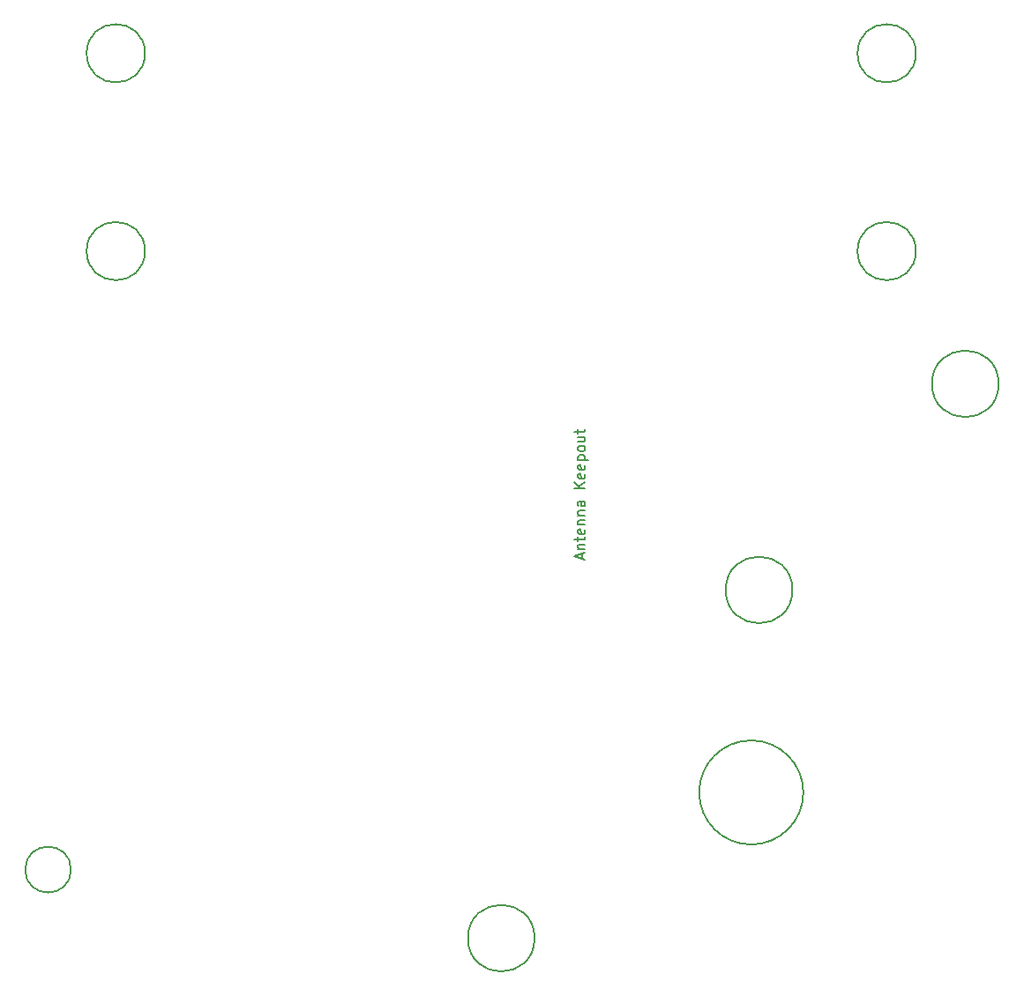
<source format=gbr>
%TF.GenerationSoftware,KiCad,Pcbnew,8.0.1*%
%TF.CreationDate,2024-04-30T15:38:52+08:00*%
%TF.ProjectId,prototype,70726f74-6f74-4797-9065-2e6b69636164,rev?*%
%TF.SameCoordinates,Original*%
%TF.FileFunction,Other,Comment*%
%FSLAX46Y46*%
G04 Gerber Fmt 4.6, Leading zero omitted, Abs format (unit mm)*
G04 Created by KiCad (PCBNEW 8.0.1) date 2024-04-30 15:38:52*
%MOMM*%
%LPD*%
G01*
G04 APERTURE LIST*
%ADD10C,0.150000*%
G04 APERTURE END LIST*
D10*
X107753104Y-91515857D02*
X107753104Y-91039667D01*
X108038819Y-91611095D02*
X107038819Y-91277762D01*
X107038819Y-91277762D02*
X108038819Y-90944429D01*
X107372152Y-90611095D02*
X108038819Y-90611095D01*
X107467390Y-90611095D02*
X107419771Y-90563476D01*
X107419771Y-90563476D02*
X107372152Y-90468238D01*
X107372152Y-90468238D02*
X107372152Y-90325381D01*
X107372152Y-90325381D02*
X107419771Y-90230143D01*
X107419771Y-90230143D02*
X107515009Y-90182524D01*
X107515009Y-90182524D02*
X108038819Y-90182524D01*
X107372152Y-89849190D02*
X107372152Y-89468238D01*
X107038819Y-89706333D02*
X107895961Y-89706333D01*
X107895961Y-89706333D02*
X107991200Y-89658714D01*
X107991200Y-89658714D02*
X108038819Y-89563476D01*
X108038819Y-89563476D02*
X108038819Y-89468238D01*
X107991200Y-88753952D02*
X108038819Y-88849190D01*
X108038819Y-88849190D02*
X108038819Y-89039666D01*
X108038819Y-89039666D02*
X107991200Y-89134904D01*
X107991200Y-89134904D02*
X107895961Y-89182523D01*
X107895961Y-89182523D02*
X107515009Y-89182523D01*
X107515009Y-89182523D02*
X107419771Y-89134904D01*
X107419771Y-89134904D02*
X107372152Y-89039666D01*
X107372152Y-89039666D02*
X107372152Y-88849190D01*
X107372152Y-88849190D02*
X107419771Y-88753952D01*
X107419771Y-88753952D02*
X107515009Y-88706333D01*
X107515009Y-88706333D02*
X107610247Y-88706333D01*
X107610247Y-88706333D02*
X107705485Y-89182523D01*
X107372152Y-88277761D02*
X108038819Y-88277761D01*
X107467390Y-88277761D02*
X107419771Y-88230142D01*
X107419771Y-88230142D02*
X107372152Y-88134904D01*
X107372152Y-88134904D02*
X107372152Y-87992047D01*
X107372152Y-87992047D02*
X107419771Y-87896809D01*
X107419771Y-87896809D02*
X107515009Y-87849190D01*
X107515009Y-87849190D02*
X108038819Y-87849190D01*
X107372152Y-87372999D02*
X108038819Y-87372999D01*
X107467390Y-87372999D02*
X107419771Y-87325380D01*
X107419771Y-87325380D02*
X107372152Y-87230142D01*
X107372152Y-87230142D02*
X107372152Y-87087285D01*
X107372152Y-87087285D02*
X107419771Y-86992047D01*
X107419771Y-86992047D02*
X107515009Y-86944428D01*
X107515009Y-86944428D02*
X108038819Y-86944428D01*
X108038819Y-86039666D02*
X107515009Y-86039666D01*
X107515009Y-86039666D02*
X107419771Y-86087285D01*
X107419771Y-86087285D02*
X107372152Y-86182523D01*
X107372152Y-86182523D02*
X107372152Y-86372999D01*
X107372152Y-86372999D02*
X107419771Y-86468237D01*
X107991200Y-86039666D02*
X108038819Y-86134904D01*
X108038819Y-86134904D02*
X108038819Y-86372999D01*
X108038819Y-86372999D02*
X107991200Y-86468237D01*
X107991200Y-86468237D02*
X107895961Y-86515856D01*
X107895961Y-86515856D02*
X107800723Y-86515856D01*
X107800723Y-86515856D02*
X107705485Y-86468237D01*
X107705485Y-86468237D02*
X107657866Y-86372999D01*
X107657866Y-86372999D02*
X107657866Y-86134904D01*
X107657866Y-86134904D02*
X107610247Y-86039666D01*
X108038819Y-84801570D02*
X107038819Y-84801570D01*
X108038819Y-84230142D02*
X107467390Y-84658713D01*
X107038819Y-84230142D02*
X107610247Y-84801570D01*
X107991200Y-83420618D02*
X108038819Y-83515856D01*
X108038819Y-83515856D02*
X108038819Y-83706332D01*
X108038819Y-83706332D02*
X107991200Y-83801570D01*
X107991200Y-83801570D02*
X107895961Y-83849189D01*
X107895961Y-83849189D02*
X107515009Y-83849189D01*
X107515009Y-83849189D02*
X107419771Y-83801570D01*
X107419771Y-83801570D02*
X107372152Y-83706332D01*
X107372152Y-83706332D02*
X107372152Y-83515856D01*
X107372152Y-83515856D02*
X107419771Y-83420618D01*
X107419771Y-83420618D02*
X107515009Y-83372999D01*
X107515009Y-83372999D02*
X107610247Y-83372999D01*
X107610247Y-83372999D02*
X107705485Y-83849189D01*
X107991200Y-82563475D02*
X108038819Y-82658713D01*
X108038819Y-82658713D02*
X108038819Y-82849189D01*
X108038819Y-82849189D02*
X107991200Y-82944427D01*
X107991200Y-82944427D02*
X107895961Y-82992046D01*
X107895961Y-82992046D02*
X107515009Y-82992046D01*
X107515009Y-82992046D02*
X107419771Y-82944427D01*
X107419771Y-82944427D02*
X107372152Y-82849189D01*
X107372152Y-82849189D02*
X107372152Y-82658713D01*
X107372152Y-82658713D02*
X107419771Y-82563475D01*
X107419771Y-82563475D02*
X107515009Y-82515856D01*
X107515009Y-82515856D02*
X107610247Y-82515856D01*
X107610247Y-82515856D02*
X107705485Y-82992046D01*
X107372152Y-82087284D02*
X108372152Y-82087284D01*
X107419771Y-82087284D02*
X107372152Y-81992046D01*
X107372152Y-81992046D02*
X107372152Y-81801570D01*
X107372152Y-81801570D02*
X107419771Y-81706332D01*
X107419771Y-81706332D02*
X107467390Y-81658713D01*
X107467390Y-81658713D02*
X107562628Y-81611094D01*
X107562628Y-81611094D02*
X107848342Y-81611094D01*
X107848342Y-81611094D02*
X107943580Y-81658713D01*
X107943580Y-81658713D02*
X107991200Y-81706332D01*
X107991200Y-81706332D02*
X108038819Y-81801570D01*
X108038819Y-81801570D02*
X108038819Y-81992046D01*
X108038819Y-81992046D02*
X107991200Y-82087284D01*
X108038819Y-81039665D02*
X107991200Y-81134903D01*
X107991200Y-81134903D02*
X107943580Y-81182522D01*
X107943580Y-81182522D02*
X107848342Y-81230141D01*
X107848342Y-81230141D02*
X107562628Y-81230141D01*
X107562628Y-81230141D02*
X107467390Y-81182522D01*
X107467390Y-81182522D02*
X107419771Y-81134903D01*
X107419771Y-81134903D02*
X107372152Y-81039665D01*
X107372152Y-81039665D02*
X107372152Y-80896808D01*
X107372152Y-80896808D02*
X107419771Y-80801570D01*
X107419771Y-80801570D02*
X107467390Y-80753951D01*
X107467390Y-80753951D02*
X107562628Y-80706332D01*
X107562628Y-80706332D02*
X107848342Y-80706332D01*
X107848342Y-80706332D02*
X107943580Y-80753951D01*
X107943580Y-80753951D02*
X107991200Y-80801570D01*
X107991200Y-80801570D02*
X108038819Y-80896808D01*
X108038819Y-80896808D02*
X108038819Y-81039665D01*
X107372152Y-79849189D02*
X108038819Y-79849189D01*
X107372152Y-80277760D02*
X107895961Y-80277760D01*
X107895961Y-80277760D02*
X107991200Y-80230141D01*
X107991200Y-80230141D02*
X108038819Y-80134903D01*
X108038819Y-80134903D02*
X108038819Y-79992046D01*
X108038819Y-79992046D02*
X107991200Y-79896808D01*
X107991200Y-79896808D02*
X107943580Y-79849189D01*
X107372152Y-79515855D02*
X107372152Y-79134903D01*
X107038819Y-79372998D02*
X107895961Y-79372998D01*
X107895961Y-79372998D02*
X107991200Y-79325379D01*
X107991200Y-79325379D02*
X108038819Y-79230141D01*
X108038819Y-79230141D02*
X108038819Y-79134903D01*
%TO.C,H2*%
X103200000Y-128000000D02*
G75*
G02*
X96800000Y-128000000I-3200000J0D01*
G01*
X96800000Y-128000000D02*
G75*
G02*
X103200000Y-128000000I3200000J0D01*
G01*
%TO.C,H3*%
X127948737Y-94547727D02*
G75*
G02*
X121548737Y-94547727I-3200000J0D01*
G01*
X121548737Y-94547727D02*
G75*
G02*
X127948737Y-94547727I3200000J0D01*
G01*
%TO.C,H1*%
X58700000Y-121412000D02*
G75*
G02*
X54300000Y-121412000I-2200000J0D01*
G01*
X54300000Y-121412000D02*
G75*
G02*
X58700000Y-121412000I2200000J0D01*
G01*
%TO.C,H4*%
X147747727Y-74748737D02*
G75*
G02*
X141347727Y-74748737I-3200000J0D01*
G01*
X141347727Y-74748737D02*
G75*
G02*
X147747727Y-74748737I3200000J0D01*
G01*
%TO.C,H6*%
X65800000Y-62000000D02*
G75*
G02*
X60200000Y-62000000I-2800000J0D01*
G01*
X60200000Y-62000000D02*
G75*
G02*
X65800000Y-62000000I2800000J0D01*
G01*
%TO.C,H5*%
X65800000Y-43000000D02*
G75*
G02*
X60200000Y-43000000I-2800000J0D01*
G01*
X60200000Y-43000000D02*
G75*
G02*
X65800000Y-43000000I2800000J0D01*
G01*
%TO.C,H9*%
X129000000Y-114000000D02*
G75*
G02*
X119000000Y-114000000I-5000000J0D01*
G01*
X119000000Y-114000000D02*
G75*
G02*
X129000000Y-114000000I5000000J0D01*
G01*
%TO.C,H7*%
X139800000Y-43000000D02*
G75*
G02*
X134200000Y-43000000I-2800000J0D01*
G01*
X134200000Y-43000000D02*
G75*
G02*
X139800000Y-43000000I2800000J0D01*
G01*
%TO.C,H8*%
X139800000Y-62000000D02*
G75*
G02*
X134200000Y-62000000I-2800000J0D01*
G01*
X134200000Y-62000000D02*
G75*
G02*
X139800000Y-62000000I2800000J0D01*
G01*
%TD*%
M02*

</source>
